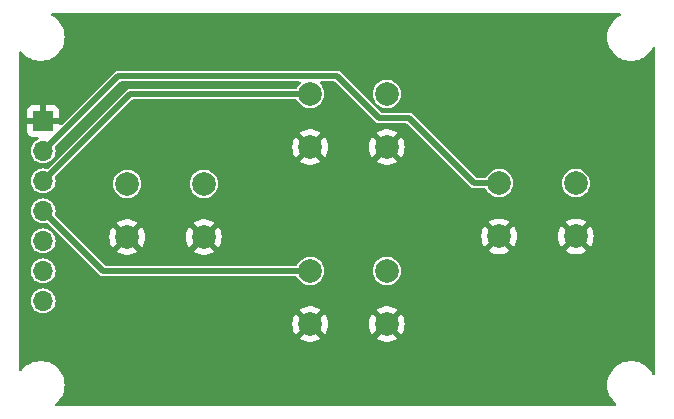
<source format=gbr>
%TF.GenerationSoftware,KiCad,Pcbnew,8.0.3*%
%TF.CreationDate,2024-06-12T19:29:14-06:00*%
%TF.ProjectId,CutMachine_PCB,4375744d-6163-4686-996e-655f5043422e,rev?*%
%TF.SameCoordinates,Original*%
%TF.FileFunction,Copper,L2,Bot*%
%TF.FilePolarity,Positive*%
%FSLAX46Y46*%
G04 Gerber Fmt 4.6, Leading zero omitted, Abs format (unit mm)*
G04 Created by KiCad (PCBNEW 8.0.3) date 2024-06-12 19:29:14*
%MOMM*%
%LPD*%
G01*
G04 APERTURE LIST*
%TA.AperFunction,ComponentPad*%
%ADD10C,2.000000*%
%TD*%
%TA.AperFunction,ComponentPad*%
%ADD11R,1.700000X1.700000*%
%TD*%
%TA.AperFunction,ComponentPad*%
%ADD12O,1.700000X1.700000*%
%TD*%
%TA.AperFunction,Conductor*%
%ADD13C,0.500000*%
%TD*%
G04 APERTURE END LIST*
D10*
%TO.P,BACK,1,1*%
%TO.N,Net-(J2-Pin_5)*%
X86106000Y-96774000D03*
X92606000Y-96774000D03*
%TO.P,BACK,2,2*%
%TO.N,GND*%
X86106000Y-101274000D03*
X92606000Y-101274000D03*
%TD*%
%TO.P,SW3,1,1*%
%TO.N,Net-(J2-Pin_4)*%
X101600000Y-104140000D03*
X108100000Y-104140000D03*
%TO.P,SW3,2,2*%
%TO.N,GND*%
X101600000Y-108640000D03*
X108100000Y-108640000D03*
%TD*%
%TO.P,UP,1,1*%
%TO.N,Net-(J2-Pin_3)*%
X101600000Y-89154000D03*
X108100000Y-89154000D03*
%TO.P,UP,2,2*%
%TO.N,GND*%
X101600000Y-93654000D03*
X108100000Y-93654000D03*
%TD*%
%TO.P,SELECT,1,1*%
%TO.N,Net-(J2-Pin_2)*%
X117602000Y-96702000D03*
X124102000Y-96702000D03*
%TO.P,SELECT,2,2*%
%TO.N,GND*%
X117602000Y-101202000D03*
X124102000Y-101202000D03*
%TD*%
D11*
%TO.P,J2,1,Pin_1*%
%TO.N,GND*%
X78994000Y-91435000D03*
D12*
%TO.P,J2,2,Pin_2*%
%TO.N,Net-(J2-Pin_2)*%
X78994000Y-93975000D03*
%TO.P,J2,3,Pin_3*%
%TO.N,Net-(J2-Pin_3)*%
X78994000Y-96515000D03*
%TO.P,J2,4,Pin_4*%
%TO.N,Net-(J2-Pin_4)*%
X78994000Y-99055000D03*
%TO.P,J2,5,Pin_5*%
%TO.N,Net-(J2-Pin_5)*%
X78994000Y-101595000D03*
%TO.P,J2,6,Pin_6*%
%TO.N,+3.3V*%
X78994000Y-104135000D03*
%TO.P,J2,7,Pin_7*%
%TO.N,+5V*%
X78994000Y-106675000D03*
%TD*%
D13*
%TO.N,Net-(J2-Pin_2)*%
X85339000Y-87630000D02*
X78994000Y-93975000D01*
X107442000Y-91186000D02*
X103886000Y-87630000D01*
X109982000Y-91186000D02*
X107442000Y-91186000D01*
X115498000Y-96702000D02*
X109982000Y-91186000D01*
X117602000Y-96702000D02*
X115498000Y-96702000D01*
X103886000Y-87630000D02*
X85339000Y-87630000D01*
%TO.N,Net-(J2-Pin_4)*%
X84079000Y-104140000D02*
X101600000Y-104140000D01*
X78994000Y-99055000D02*
X84079000Y-104140000D01*
%TO.N,Net-(J2-Pin_3)*%
X86355000Y-89154000D02*
X101600000Y-89154000D01*
X78994000Y-96515000D02*
X86355000Y-89154000D01*
%TD*%
%TA.AperFunction,Conductor*%
%TO.N,GND*%
G36*
X127862155Y-82308185D02*
G01*
X127907910Y-82360989D01*
X127917854Y-82430147D01*
X127888829Y-82493703D01*
X127847892Y-82523754D01*
X127848188Y-82524324D01*
X127844548Y-82526210D01*
X127844513Y-82526236D01*
X127844423Y-82526274D01*
X127607785Y-82670176D01*
X127392941Y-82844965D01*
X127203907Y-83047372D01*
X127203904Y-83047374D01*
X127203903Y-83047377D01*
X127144265Y-83131864D01*
X127044186Y-83273643D01*
X126916763Y-83519558D01*
X126916760Y-83519564D01*
X126824019Y-83780514D01*
X126824014Y-83780530D01*
X126767669Y-84051683D01*
X126767668Y-84051685D01*
X126748769Y-84328000D01*
X126767668Y-84604314D01*
X126767669Y-84604316D01*
X126824014Y-84875469D01*
X126824019Y-84875485D01*
X126916760Y-85136435D01*
X126916763Y-85136441D01*
X126916764Y-85136444D01*
X126916766Y-85136448D01*
X127044186Y-85382356D01*
X127203903Y-85608623D01*
X127392942Y-85811035D01*
X127607782Y-85985821D01*
X127607784Y-85985822D01*
X127607785Y-85985823D01*
X127844423Y-86129725D01*
X128017917Y-86205083D01*
X128098452Y-86240065D01*
X128365141Y-86314788D01*
X128606364Y-86347942D01*
X128639519Y-86352500D01*
X128639520Y-86352500D01*
X128916481Y-86352500D01*
X128946061Y-86348434D01*
X129190859Y-86314788D01*
X129457548Y-86240065D01*
X129711578Y-86129724D01*
X129948218Y-85985821D01*
X130163058Y-85811035D01*
X130352097Y-85608623D01*
X130511814Y-85382356D01*
X130583403Y-85244195D01*
X130631722Y-85193730D01*
X130699656Y-85177398D01*
X130765636Y-85200387D01*
X130808713Y-85255397D01*
X130817500Y-85301245D01*
X130817500Y-112818754D01*
X130797815Y-112885793D01*
X130745011Y-112931548D01*
X130675853Y-112941492D01*
X130612297Y-112912467D01*
X130583402Y-112875802D01*
X130553842Y-112818754D01*
X130511814Y-112737644D01*
X130352097Y-112511377D01*
X130163058Y-112308965D01*
X129948218Y-112134179D01*
X129948216Y-112134178D01*
X129948214Y-112134176D01*
X129711576Y-111990274D01*
X129457551Y-111879936D01*
X129457549Y-111879935D01*
X129457548Y-111879935D01*
X129381673Y-111858676D01*
X129190864Y-111805213D01*
X129190860Y-111805212D01*
X129190859Y-111805212D01*
X129053669Y-111786356D01*
X128916481Y-111767500D01*
X128916480Y-111767500D01*
X128639520Y-111767500D01*
X128639519Y-111767500D01*
X128365141Y-111805212D01*
X128365135Y-111805213D01*
X128098448Y-111879936D01*
X127844423Y-111990274D01*
X127607785Y-112134176D01*
X127392941Y-112308965D01*
X127203907Y-112511372D01*
X127203904Y-112511374D01*
X127203903Y-112511377D01*
X127144265Y-112595864D01*
X127044186Y-112737643D01*
X126916763Y-112983558D01*
X126916760Y-112983564D01*
X126824019Y-113244514D01*
X126824014Y-113244530D01*
X126767669Y-113515683D01*
X126767668Y-113515685D01*
X126748769Y-113792000D01*
X126767668Y-114068314D01*
X126767669Y-114068316D01*
X126824014Y-114339469D01*
X126824019Y-114339485D01*
X126916760Y-114600435D01*
X126916763Y-114600441D01*
X126916764Y-114600444D01*
X126916766Y-114600448D01*
X127044186Y-114846356D01*
X127203903Y-115072623D01*
X127203907Y-115072627D01*
X127392941Y-115275034D01*
X127494074Y-115357312D01*
X127533654Y-115414889D01*
X127535823Y-115484725D01*
X127499891Y-115544647D01*
X127437267Y-115575631D01*
X127415819Y-115577500D01*
X80140181Y-115577500D01*
X80073142Y-115557815D01*
X80027387Y-115505011D01*
X80017443Y-115435853D01*
X80046468Y-115372297D01*
X80061926Y-115357312D01*
X80163058Y-115275035D01*
X80352097Y-115072623D01*
X80511814Y-114846356D01*
X80639234Y-114600448D01*
X80731982Y-114339480D01*
X80731982Y-114339475D01*
X80731985Y-114339469D01*
X80764358Y-114183676D01*
X80788331Y-114068314D01*
X80807231Y-113792000D01*
X80788331Y-113515686D01*
X80771989Y-113437046D01*
X80731985Y-113244530D01*
X80731980Y-113244514D01*
X80639239Y-112983564D01*
X80639236Y-112983558D01*
X80639234Y-112983552D01*
X80511814Y-112737644D01*
X80352097Y-112511377D01*
X80163058Y-112308965D01*
X79948218Y-112134179D01*
X79948216Y-112134178D01*
X79948214Y-112134176D01*
X79711576Y-111990274D01*
X79457551Y-111879936D01*
X79457549Y-111879935D01*
X79457548Y-111879935D01*
X79381673Y-111858676D01*
X79190864Y-111805213D01*
X79190860Y-111805212D01*
X79190859Y-111805212D01*
X79053669Y-111786356D01*
X78916481Y-111767500D01*
X78916480Y-111767500D01*
X78639520Y-111767500D01*
X78639519Y-111767500D01*
X78365141Y-111805212D01*
X78365135Y-111805213D01*
X78098448Y-111879936D01*
X77844423Y-111990274D01*
X77607785Y-112134176D01*
X77392941Y-112308965D01*
X77203907Y-112511372D01*
X77179804Y-112545518D01*
X77125062Y-112588935D01*
X77055536Y-112595864D01*
X76993302Y-112564105D01*
X76958117Y-112503741D01*
X76954500Y-112474009D01*
X76954500Y-108639994D01*
X100094859Y-108639994D01*
X100094859Y-108640005D01*
X100115385Y-108887729D01*
X100115387Y-108887738D01*
X100176412Y-109128717D01*
X100276266Y-109356364D01*
X100376564Y-109509882D01*
X101076212Y-108810234D01*
X101087482Y-108852292D01*
X101159890Y-108977708D01*
X101262292Y-109080110D01*
X101387708Y-109152518D01*
X101429765Y-109163787D01*
X100729942Y-109863609D01*
X100776768Y-109900055D01*
X100776770Y-109900056D01*
X100995385Y-110018364D01*
X100995396Y-110018369D01*
X101230506Y-110099083D01*
X101475707Y-110140000D01*
X101724293Y-110140000D01*
X101969493Y-110099083D01*
X102204603Y-110018369D01*
X102204614Y-110018364D01*
X102423228Y-109900057D01*
X102423231Y-109900055D01*
X102470056Y-109863609D01*
X101770234Y-109163787D01*
X101812292Y-109152518D01*
X101937708Y-109080110D01*
X102040110Y-108977708D01*
X102112518Y-108852292D01*
X102123787Y-108810235D01*
X102823434Y-109509882D01*
X102923731Y-109356369D01*
X103023587Y-109128717D01*
X103084612Y-108887738D01*
X103084614Y-108887729D01*
X103105141Y-108640005D01*
X103105141Y-108639994D01*
X106594859Y-108639994D01*
X106594859Y-108640005D01*
X106615385Y-108887729D01*
X106615387Y-108887738D01*
X106676412Y-109128717D01*
X106776266Y-109356364D01*
X106876564Y-109509882D01*
X107576212Y-108810234D01*
X107587482Y-108852292D01*
X107659890Y-108977708D01*
X107762292Y-109080110D01*
X107887708Y-109152518D01*
X107929765Y-109163787D01*
X107229942Y-109863609D01*
X107276768Y-109900055D01*
X107276770Y-109900056D01*
X107495385Y-110018364D01*
X107495396Y-110018369D01*
X107730506Y-110099083D01*
X107975707Y-110140000D01*
X108224293Y-110140000D01*
X108469493Y-110099083D01*
X108704603Y-110018369D01*
X108704614Y-110018364D01*
X108923228Y-109900057D01*
X108923231Y-109900055D01*
X108970056Y-109863609D01*
X108270234Y-109163787D01*
X108312292Y-109152518D01*
X108437708Y-109080110D01*
X108540110Y-108977708D01*
X108612518Y-108852292D01*
X108623787Y-108810235D01*
X109323434Y-109509882D01*
X109423731Y-109356369D01*
X109523587Y-109128717D01*
X109584612Y-108887738D01*
X109584614Y-108887729D01*
X109605141Y-108640005D01*
X109605141Y-108639994D01*
X109584614Y-108392270D01*
X109584612Y-108392261D01*
X109523587Y-108151282D01*
X109423731Y-107923630D01*
X109323434Y-107770116D01*
X108623787Y-108469764D01*
X108612518Y-108427708D01*
X108540110Y-108302292D01*
X108437708Y-108199890D01*
X108312292Y-108127482D01*
X108270235Y-108116212D01*
X108970057Y-107416390D01*
X108970056Y-107416389D01*
X108923229Y-107379943D01*
X108704614Y-107261635D01*
X108704603Y-107261630D01*
X108469493Y-107180916D01*
X108224293Y-107140000D01*
X107975707Y-107140000D01*
X107730506Y-107180916D01*
X107495396Y-107261630D01*
X107495390Y-107261632D01*
X107276761Y-107379949D01*
X107229942Y-107416388D01*
X107229942Y-107416390D01*
X107929765Y-108116212D01*
X107887708Y-108127482D01*
X107762292Y-108199890D01*
X107659890Y-108302292D01*
X107587482Y-108427708D01*
X107576212Y-108469764D01*
X106876564Y-107770116D01*
X106776267Y-107923632D01*
X106676412Y-108151282D01*
X106615387Y-108392261D01*
X106615385Y-108392270D01*
X106594859Y-108639994D01*
X103105141Y-108639994D01*
X103084614Y-108392270D01*
X103084612Y-108392261D01*
X103023587Y-108151282D01*
X102923731Y-107923630D01*
X102823434Y-107770116D01*
X102123787Y-108469764D01*
X102112518Y-108427708D01*
X102040110Y-108302292D01*
X101937708Y-108199890D01*
X101812292Y-108127482D01*
X101770235Y-108116212D01*
X102470057Y-107416390D01*
X102470056Y-107416389D01*
X102423229Y-107379943D01*
X102204614Y-107261635D01*
X102204603Y-107261630D01*
X101969493Y-107180916D01*
X101724293Y-107140000D01*
X101475707Y-107140000D01*
X101230506Y-107180916D01*
X100995396Y-107261630D01*
X100995390Y-107261632D01*
X100776761Y-107379949D01*
X100729942Y-107416388D01*
X100729942Y-107416390D01*
X101429765Y-108116212D01*
X101387708Y-108127482D01*
X101262292Y-108199890D01*
X101159890Y-108302292D01*
X101087482Y-108427708D01*
X101076212Y-108469764D01*
X100376564Y-107770116D01*
X100276267Y-107923632D01*
X100176412Y-108151282D01*
X100115387Y-108392261D01*
X100115385Y-108392270D01*
X100094859Y-108639994D01*
X76954500Y-108639994D01*
X76954500Y-106675000D01*
X77938417Y-106675000D01*
X77958699Y-106880932D01*
X77958700Y-106880934D01*
X78018768Y-107078954D01*
X78116315Y-107261450D01*
X78116467Y-107261635D01*
X78247589Y-107421410D01*
X78344209Y-107500702D01*
X78407550Y-107552685D01*
X78590046Y-107650232D01*
X78788066Y-107710300D01*
X78788065Y-107710300D01*
X78806529Y-107712118D01*
X78994000Y-107730583D01*
X79199934Y-107710300D01*
X79397954Y-107650232D01*
X79580450Y-107552685D01*
X79740410Y-107421410D01*
X79871685Y-107261450D01*
X79969232Y-107078954D01*
X80029300Y-106880934D01*
X80049583Y-106675000D01*
X80029300Y-106469066D01*
X79969232Y-106271046D01*
X79871685Y-106088550D01*
X79819702Y-106025209D01*
X79740410Y-105928589D01*
X79580452Y-105797317D01*
X79580453Y-105797317D01*
X79580450Y-105797315D01*
X79397954Y-105699768D01*
X79199934Y-105639700D01*
X79199932Y-105639699D01*
X79199934Y-105639699D01*
X78994000Y-105619417D01*
X78788067Y-105639699D01*
X78590043Y-105699769D01*
X78479898Y-105758643D01*
X78407550Y-105797315D01*
X78407548Y-105797316D01*
X78407547Y-105797317D01*
X78247589Y-105928589D01*
X78116317Y-106088547D01*
X78018769Y-106271043D01*
X77958699Y-106469067D01*
X77938417Y-106675000D01*
X76954500Y-106675000D01*
X76954500Y-104135000D01*
X77938417Y-104135000D01*
X77958699Y-104340932D01*
X77988734Y-104439944D01*
X78018768Y-104538954D01*
X78116315Y-104721450D01*
X78116317Y-104721452D01*
X78247589Y-104881410D01*
X78333892Y-104952236D01*
X78407550Y-105012685D01*
X78590046Y-105110232D01*
X78788066Y-105170300D01*
X78788065Y-105170300D01*
X78806529Y-105172118D01*
X78994000Y-105190583D01*
X79199934Y-105170300D01*
X79397954Y-105110232D01*
X79580450Y-105012685D01*
X79740410Y-104881410D01*
X79871685Y-104721450D01*
X79969232Y-104538954D01*
X80029300Y-104340934D01*
X80049583Y-104135000D01*
X80029300Y-103929066D01*
X79969232Y-103731046D01*
X79871685Y-103548550D01*
X79819702Y-103485209D01*
X79740410Y-103388589D01*
X79580452Y-103257317D01*
X79580453Y-103257317D01*
X79580450Y-103257315D01*
X79397954Y-103159768D01*
X79199934Y-103099700D01*
X79199932Y-103099699D01*
X79199934Y-103099699D01*
X78994000Y-103079417D01*
X78788067Y-103099699D01*
X78590043Y-103159769D01*
X78479898Y-103218643D01*
X78407550Y-103257315D01*
X78407548Y-103257316D01*
X78407547Y-103257317D01*
X78247589Y-103388589D01*
X78116317Y-103548547D01*
X78018769Y-103731043D01*
X77958699Y-103929067D01*
X77938417Y-104135000D01*
X76954500Y-104135000D01*
X76954500Y-101595000D01*
X77938417Y-101595000D01*
X77958699Y-101800932D01*
X77958700Y-101800934D01*
X78018768Y-101998954D01*
X78116315Y-102181450D01*
X78116317Y-102181452D01*
X78247589Y-102341410D01*
X78344209Y-102420702D01*
X78407550Y-102472685D01*
X78590046Y-102570232D01*
X78788066Y-102630300D01*
X78788065Y-102630300D01*
X78806529Y-102632118D01*
X78994000Y-102650583D01*
X79199934Y-102630300D01*
X79397954Y-102570232D01*
X79580450Y-102472685D01*
X79740410Y-102341410D01*
X79871685Y-102181450D01*
X79969232Y-101998954D01*
X80029300Y-101800934D01*
X80049583Y-101595000D01*
X80029300Y-101389066D01*
X79969232Y-101191046D01*
X79871685Y-101008550D01*
X79799381Y-100920447D01*
X79740410Y-100848589D01*
X79622677Y-100751969D01*
X79580450Y-100717315D01*
X79397954Y-100619768D01*
X79199934Y-100559700D01*
X79199932Y-100559699D01*
X79199934Y-100559699D01*
X78994000Y-100539417D01*
X78788067Y-100559699D01*
X78590043Y-100619769D01*
X78479898Y-100678643D01*
X78407550Y-100717315D01*
X78407548Y-100717316D01*
X78407547Y-100717317D01*
X78247589Y-100848589D01*
X78131778Y-100989708D01*
X78116315Y-101008550D01*
X78087901Y-101061708D01*
X78018769Y-101191043D01*
X78018768Y-101191045D01*
X78018768Y-101191046D01*
X78015445Y-101202000D01*
X77958699Y-101389067D01*
X77938417Y-101595000D01*
X76954500Y-101595000D01*
X76954500Y-99055000D01*
X77938417Y-99055000D01*
X77958699Y-99260932D01*
X77958700Y-99260934D01*
X78018768Y-99458954D01*
X78116315Y-99641450D01*
X78116317Y-99641452D01*
X78247589Y-99801410D01*
X78274671Y-99823635D01*
X78407550Y-99932685D01*
X78590046Y-100030232D01*
X78788066Y-100090300D01*
X78788065Y-100090300D01*
X78806529Y-100092118D01*
X78994000Y-100110583D01*
X79199934Y-100090300D01*
X79276328Y-100067125D01*
X79346193Y-100066503D01*
X79400003Y-100098106D01*
X83802386Y-104500489D01*
X83905113Y-104559799D01*
X83929321Y-104566284D01*
X83929324Y-104566286D01*
X83929325Y-104566286D01*
X83959447Y-104574357D01*
X84019691Y-104590500D01*
X100406449Y-104590500D01*
X100473488Y-104610185D01*
X100517449Y-104659229D01*
X100574936Y-104774679D01*
X100574943Y-104774691D01*
X100709020Y-104952238D01*
X100873437Y-105102123D01*
X100873439Y-105102125D01*
X101062595Y-105219245D01*
X101062596Y-105219245D01*
X101062599Y-105219247D01*
X101270060Y-105299618D01*
X101488757Y-105340500D01*
X101488759Y-105340500D01*
X101711241Y-105340500D01*
X101711243Y-105340500D01*
X101929940Y-105299618D01*
X102137401Y-105219247D01*
X102326562Y-105102124D01*
X102490981Y-104952236D01*
X102625058Y-104774689D01*
X102724229Y-104575528D01*
X102785115Y-104361536D01*
X102805643Y-104140000D01*
X102805643Y-104139999D01*
X106894357Y-104139999D01*
X106894357Y-104140000D01*
X106914884Y-104361535D01*
X106914885Y-104361537D01*
X106975769Y-104575523D01*
X106975775Y-104575538D01*
X107074938Y-104774683D01*
X107074943Y-104774691D01*
X107209020Y-104952238D01*
X107373437Y-105102123D01*
X107373439Y-105102125D01*
X107562595Y-105219245D01*
X107562596Y-105219245D01*
X107562599Y-105219247D01*
X107770060Y-105299618D01*
X107988757Y-105340500D01*
X107988759Y-105340500D01*
X108211241Y-105340500D01*
X108211243Y-105340500D01*
X108429940Y-105299618D01*
X108637401Y-105219247D01*
X108826562Y-105102124D01*
X108990981Y-104952236D01*
X109125058Y-104774689D01*
X109224229Y-104575528D01*
X109285115Y-104361536D01*
X109305643Y-104140000D01*
X109286097Y-103929067D01*
X109285115Y-103918464D01*
X109285114Y-103918462D01*
X109224230Y-103704476D01*
X109224229Y-103704472D01*
X109216774Y-103689500D01*
X109125061Y-103505316D01*
X109125056Y-103505308D01*
X108990979Y-103327761D01*
X108826562Y-103177876D01*
X108826560Y-103177874D01*
X108637404Y-103060754D01*
X108637398Y-103060752D01*
X108429940Y-102980382D01*
X108211243Y-102939500D01*
X107988757Y-102939500D01*
X107770060Y-102980382D01*
X107638864Y-103031207D01*
X107562601Y-103060752D01*
X107562595Y-103060754D01*
X107373439Y-103177874D01*
X107373437Y-103177876D01*
X107209020Y-103327761D01*
X107074943Y-103505308D01*
X107074938Y-103505316D01*
X106975775Y-103704461D01*
X106975769Y-103704476D01*
X106914885Y-103918462D01*
X106914884Y-103918464D01*
X106894357Y-104139999D01*
X102805643Y-104139999D01*
X102786097Y-103929067D01*
X102785115Y-103918464D01*
X102785114Y-103918462D01*
X102724230Y-103704476D01*
X102724229Y-103704472D01*
X102716774Y-103689500D01*
X102625061Y-103505316D01*
X102625056Y-103505308D01*
X102490979Y-103327761D01*
X102326562Y-103177876D01*
X102326560Y-103177874D01*
X102137404Y-103060754D01*
X102137398Y-103060752D01*
X101929940Y-102980382D01*
X101711243Y-102939500D01*
X101488757Y-102939500D01*
X101270060Y-102980382D01*
X101138864Y-103031207D01*
X101062601Y-103060752D01*
X101062595Y-103060754D01*
X100873439Y-103177874D01*
X100873437Y-103177876D01*
X100709020Y-103327761D01*
X100574943Y-103505308D01*
X100574936Y-103505320D01*
X100517449Y-103620771D01*
X100469946Y-103672009D01*
X100406449Y-103689500D01*
X84316965Y-103689500D01*
X84249926Y-103669815D01*
X84229284Y-103653181D01*
X81850097Y-101273994D01*
X84600859Y-101273994D01*
X84600859Y-101274005D01*
X84621385Y-101521729D01*
X84621387Y-101521738D01*
X84682412Y-101762717D01*
X84782266Y-101990364D01*
X84882564Y-102143882D01*
X85582212Y-101444234D01*
X85593482Y-101486292D01*
X85665890Y-101611708D01*
X85768292Y-101714110D01*
X85893708Y-101786518D01*
X85935765Y-101797787D01*
X85235942Y-102497609D01*
X85282768Y-102534055D01*
X85282770Y-102534056D01*
X85501385Y-102652364D01*
X85501396Y-102652369D01*
X85736506Y-102733083D01*
X85981707Y-102774000D01*
X86230293Y-102774000D01*
X86475493Y-102733083D01*
X86710603Y-102652369D01*
X86710614Y-102652364D01*
X86929228Y-102534057D01*
X86929231Y-102534055D01*
X86976056Y-102497609D01*
X86276234Y-101797787D01*
X86318292Y-101786518D01*
X86443708Y-101714110D01*
X86546110Y-101611708D01*
X86618518Y-101486292D01*
X86629787Y-101444235D01*
X87329434Y-102143882D01*
X87429731Y-101990369D01*
X87529587Y-101762717D01*
X87590612Y-101521738D01*
X87590614Y-101521729D01*
X87611141Y-101274005D01*
X87611141Y-101273994D01*
X91100859Y-101273994D01*
X91100859Y-101274005D01*
X91121385Y-101521729D01*
X91121387Y-101521738D01*
X91182412Y-101762717D01*
X91282266Y-101990364D01*
X91382564Y-102143882D01*
X92082212Y-101444234D01*
X92093482Y-101486292D01*
X92165890Y-101611708D01*
X92268292Y-101714110D01*
X92393708Y-101786518D01*
X92435765Y-101797787D01*
X91735942Y-102497609D01*
X91782768Y-102534055D01*
X91782770Y-102534056D01*
X92001385Y-102652364D01*
X92001396Y-102652369D01*
X92236506Y-102733083D01*
X92481707Y-102774000D01*
X92730293Y-102774000D01*
X92975493Y-102733083D01*
X93210603Y-102652369D01*
X93210614Y-102652364D01*
X93429228Y-102534057D01*
X93429231Y-102534055D01*
X93476056Y-102497609D01*
X92776234Y-101797787D01*
X92818292Y-101786518D01*
X92943708Y-101714110D01*
X93046110Y-101611708D01*
X93118518Y-101486292D01*
X93129787Y-101444235D01*
X93829434Y-102143882D01*
X93929731Y-101990369D01*
X94029587Y-101762717D01*
X94090612Y-101521738D01*
X94090614Y-101521729D01*
X94111141Y-101274005D01*
X94111141Y-101273994D01*
X94105175Y-101201994D01*
X116096859Y-101201994D01*
X116096859Y-101202005D01*
X116117385Y-101449729D01*
X116117387Y-101449738D01*
X116178412Y-101690717D01*
X116278266Y-101918364D01*
X116378564Y-102071882D01*
X117078212Y-101372234D01*
X117089482Y-101414292D01*
X117161890Y-101539708D01*
X117264292Y-101642110D01*
X117389708Y-101714518D01*
X117431765Y-101725787D01*
X116731942Y-102425609D01*
X116778768Y-102462055D01*
X116778770Y-102462056D01*
X116997385Y-102580364D01*
X116997396Y-102580369D01*
X117232506Y-102661083D01*
X117477707Y-102702000D01*
X117726293Y-102702000D01*
X117971493Y-102661083D01*
X118206603Y-102580369D01*
X118206614Y-102580364D01*
X118425228Y-102462057D01*
X118425231Y-102462055D01*
X118472056Y-102425609D01*
X117772234Y-101725787D01*
X117814292Y-101714518D01*
X117939708Y-101642110D01*
X118042110Y-101539708D01*
X118114518Y-101414292D01*
X118125787Y-101372235D01*
X118825434Y-102071882D01*
X118925731Y-101918369D01*
X119025587Y-101690717D01*
X119086612Y-101449738D01*
X119086614Y-101449729D01*
X119107141Y-101202005D01*
X119107141Y-101201994D01*
X122596859Y-101201994D01*
X122596859Y-101202005D01*
X122617385Y-101449729D01*
X122617387Y-101449738D01*
X122678412Y-101690717D01*
X122778266Y-101918364D01*
X122878564Y-102071882D01*
X123578212Y-101372234D01*
X123589482Y-101414292D01*
X123661890Y-101539708D01*
X123764292Y-101642110D01*
X123889708Y-101714518D01*
X123931765Y-101725787D01*
X123231942Y-102425609D01*
X123278768Y-102462055D01*
X123278770Y-102462056D01*
X123497385Y-102580364D01*
X123497396Y-102580369D01*
X123732506Y-102661083D01*
X123977707Y-102702000D01*
X124226293Y-102702000D01*
X124471493Y-102661083D01*
X124706603Y-102580369D01*
X124706614Y-102580364D01*
X124925228Y-102462057D01*
X124925231Y-102462055D01*
X124972056Y-102425609D01*
X124272234Y-101725787D01*
X124314292Y-101714518D01*
X124439708Y-101642110D01*
X124542110Y-101539708D01*
X124614518Y-101414292D01*
X124625787Y-101372235D01*
X125325434Y-102071882D01*
X125425731Y-101918369D01*
X125525587Y-101690717D01*
X125586612Y-101449738D01*
X125586614Y-101449729D01*
X125607141Y-101202005D01*
X125607141Y-101201994D01*
X125586614Y-100954270D01*
X125586612Y-100954261D01*
X125525587Y-100713282D01*
X125425731Y-100485630D01*
X125325434Y-100332116D01*
X124625787Y-101031764D01*
X124614518Y-100989708D01*
X124542110Y-100864292D01*
X124439708Y-100761890D01*
X124314292Y-100689482D01*
X124272235Y-100678212D01*
X124972057Y-99978390D01*
X124972056Y-99978389D01*
X124925229Y-99941943D01*
X124706614Y-99823635D01*
X124706603Y-99823630D01*
X124471493Y-99742916D01*
X124226293Y-99702000D01*
X123977707Y-99702000D01*
X123732506Y-99742916D01*
X123497396Y-99823630D01*
X123497390Y-99823632D01*
X123278761Y-99941949D01*
X123231942Y-99978388D01*
X123231942Y-99978390D01*
X123931765Y-100678212D01*
X123889708Y-100689482D01*
X123764292Y-100761890D01*
X123661890Y-100864292D01*
X123589482Y-100989708D01*
X123578212Y-101031764D01*
X122878564Y-100332116D01*
X122778267Y-100485632D01*
X122678412Y-100713282D01*
X122617387Y-100954261D01*
X122617385Y-100954270D01*
X122596859Y-101201994D01*
X119107141Y-101201994D01*
X119086614Y-100954270D01*
X119086612Y-100954261D01*
X119025587Y-100713282D01*
X118925731Y-100485630D01*
X118825434Y-100332116D01*
X118125787Y-101031764D01*
X118114518Y-100989708D01*
X118042110Y-100864292D01*
X117939708Y-100761890D01*
X117814292Y-100689482D01*
X117772235Y-100678212D01*
X118472057Y-99978390D01*
X118472056Y-99978389D01*
X118425229Y-99941943D01*
X118206614Y-99823635D01*
X118206603Y-99823630D01*
X117971493Y-99742916D01*
X117726293Y-99702000D01*
X117477707Y-99702000D01*
X117232506Y-99742916D01*
X116997396Y-99823630D01*
X116997390Y-99823632D01*
X116778761Y-99941949D01*
X116731942Y-99978388D01*
X116731942Y-99978390D01*
X117431765Y-100678212D01*
X117389708Y-100689482D01*
X117264292Y-100761890D01*
X117161890Y-100864292D01*
X117089482Y-100989708D01*
X117078212Y-101031764D01*
X116378564Y-100332116D01*
X116278267Y-100485632D01*
X116178412Y-100713282D01*
X116117387Y-100954261D01*
X116117385Y-100954270D01*
X116096859Y-101201994D01*
X94105175Y-101201994D01*
X94090614Y-101026270D01*
X94090612Y-101026261D01*
X94029587Y-100785282D01*
X93929731Y-100557630D01*
X93829434Y-100404116D01*
X93129787Y-101103764D01*
X93118518Y-101061708D01*
X93046110Y-100936292D01*
X92943708Y-100833890D01*
X92818292Y-100761482D01*
X92776235Y-100750212D01*
X93476057Y-100050390D01*
X93476056Y-100050389D01*
X93429229Y-100013943D01*
X93210614Y-99895635D01*
X93210603Y-99895630D01*
X92975493Y-99814916D01*
X92730293Y-99774000D01*
X92481707Y-99774000D01*
X92236506Y-99814916D01*
X92001396Y-99895630D01*
X92001390Y-99895632D01*
X91782761Y-100013949D01*
X91735942Y-100050388D01*
X91735942Y-100050390D01*
X92435765Y-100750212D01*
X92393708Y-100761482D01*
X92268292Y-100833890D01*
X92165890Y-100936292D01*
X92093482Y-101061708D01*
X92082212Y-101103764D01*
X91382564Y-100404116D01*
X91282267Y-100557632D01*
X91182412Y-100785282D01*
X91121387Y-101026261D01*
X91121385Y-101026270D01*
X91100859Y-101273994D01*
X87611141Y-101273994D01*
X87590614Y-101026270D01*
X87590612Y-101026261D01*
X87529587Y-100785282D01*
X87429731Y-100557630D01*
X87329434Y-100404116D01*
X86629787Y-101103764D01*
X86618518Y-101061708D01*
X86546110Y-100936292D01*
X86443708Y-100833890D01*
X86318292Y-100761482D01*
X86276235Y-100750212D01*
X86976057Y-100050390D01*
X86976056Y-100050389D01*
X86929229Y-100013943D01*
X86710614Y-99895635D01*
X86710603Y-99895630D01*
X86475493Y-99814916D01*
X86230293Y-99774000D01*
X85981707Y-99774000D01*
X85736506Y-99814916D01*
X85501396Y-99895630D01*
X85501390Y-99895632D01*
X85282761Y-100013949D01*
X85235942Y-100050388D01*
X85235942Y-100050390D01*
X85935765Y-100750212D01*
X85893708Y-100761482D01*
X85768292Y-100833890D01*
X85665890Y-100936292D01*
X85593482Y-101061708D01*
X85582212Y-101103764D01*
X84882564Y-100404116D01*
X84782267Y-100557632D01*
X84682412Y-100785282D01*
X84621387Y-101026261D01*
X84621385Y-101026270D01*
X84600859Y-101273994D01*
X81850097Y-101273994D01*
X80037106Y-99461003D01*
X80003621Y-99399680D01*
X80006125Y-99337329D01*
X80029300Y-99260934D01*
X80049583Y-99055000D01*
X80029300Y-98849066D01*
X79969232Y-98651046D01*
X79871685Y-98468550D01*
X79819702Y-98405209D01*
X79740410Y-98308589D01*
X79580452Y-98177317D01*
X79580453Y-98177317D01*
X79580450Y-98177315D01*
X79397954Y-98079768D01*
X79199934Y-98019700D01*
X79199932Y-98019699D01*
X79199934Y-98019699D01*
X78994000Y-97999417D01*
X78788067Y-98019699D01*
X78590043Y-98079769D01*
X78479898Y-98138643D01*
X78407550Y-98177315D01*
X78407548Y-98177316D01*
X78407547Y-98177317D01*
X78247589Y-98308589D01*
X78116317Y-98468547D01*
X78018769Y-98651043D01*
X77958699Y-98849067D01*
X77938417Y-99055000D01*
X76954500Y-99055000D01*
X76954500Y-90537155D01*
X77644000Y-90537155D01*
X77644000Y-91185000D01*
X78560988Y-91185000D01*
X78528075Y-91242007D01*
X78494000Y-91369174D01*
X78494000Y-91500826D01*
X78528075Y-91627993D01*
X78560988Y-91685000D01*
X77644000Y-91685000D01*
X77644000Y-92332844D01*
X77650401Y-92392372D01*
X77650403Y-92392379D01*
X77700645Y-92527086D01*
X77700649Y-92527093D01*
X77786809Y-92642187D01*
X77786812Y-92642190D01*
X77901906Y-92728350D01*
X77901913Y-92728354D01*
X78036620Y-92778596D01*
X78036627Y-92778598D01*
X78096155Y-92784999D01*
X78096172Y-92785000D01*
X78496813Y-92785000D01*
X78563852Y-92804685D01*
X78609607Y-92857489D01*
X78619551Y-92926647D01*
X78590526Y-92990203D01*
X78555267Y-93018357D01*
X78407550Y-93097315D01*
X78407548Y-93097316D01*
X78407547Y-93097317D01*
X78247589Y-93228589D01*
X78116317Y-93388547D01*
X78116315Y-93388550D01*
X78087901Y-93441708D01*
X78018769Y-93571043D01*
X77958699Y-93769067D01*
X77938417Y-93975000D01*
X77958699Y-94180932D01*
X77958700Y-94180934D01*
X78018768Y-94378954D01*
X78116315Y-94561450D01*
X78116317Y-94561452D01*
X78247589Y-94721410D01*
X78344209Y-94800702D01*
X78407550Y-94852685D01*
X78590046Y-94950232D01*
X78788066Y-95010300D01*
X78788065Y-95010300D01*
X78806529Y-95012118D01*
X78994000Y-95030583D01*
X79199934Y-95010300D01*
X79397954Y-94950232D01*
X79580450Y-94852685D01*
X79740410Y-94721410D01*
X79871685Y-94561450D01*
X79969232Y-94378954D01*
X80029300Y-94180934D01*
X80049583Y-93975000D01*
X80029300Y-93769066D01*
X80006125Y-93692670D01*
X80005503Y-93622804D01*
X80037104Y-93568997D01*
X85489284Y-88116819D01*
X85550607Y-88083334D01*
X85576965Y-88080500D01*
X100675531Y-88080500D01*
X100742570Y-88100185D01*
X100788325Y-88152989D01*
X100798269Y-88222147D01*
X100769244Y-88285703D01*
X100759069Y-88296137D01*
X100709020Y-88341761D01*
X100574943Y-88519308D01*
X100574936Y-88519320D01*
X100517449Y-88634771D01*
X100469946Y-88686009D01*
X100406449Y-88703500D01*
X86295691Y-88703500D01*
X86205325Y-88727713D01*
X86205324Y-88727712D01*
X86181116Y-88734199D01*
X86181113Y-88734200D01*
X86078386Y-88793511D01*
X86078383Y-88793513D01*
X79400002Y-95471893D01*
X79338679Y-95505378D01*
X79276327Y-95502873D01*
X79199932Y-95479699D01*
X79199933Y-95479699D01*
X79014282Y-95461414D01*
X78994000Y-95459417D01*
X78993999Y-95459417D01*
X78788067Y-95479699D01*
X78590043Y-95539769D01*
X78526938Y-95573500D01*
X78407550Y-95637315D01*
X78407548Y-95637316D01*
X78407547Y-95637317D01*
X78247589Y-95768589D01*
X78116317Y-95928547D01*
X78018769Y-96111043D01*
X77958699Y-96309067D01*
X77938417Y-96515000D01*
X77958699Y-96720932D01*
X77958700Y-96720934D01*
X78018768Y-96918954D01*
X78116315Y-97101450D01*
X78150969Y-97143677D01*
X78247589Y-97261410D01*
X78339306Y-97336679D01*
X78407550Y-97392685D01*
X78590046Y-97490232D01*
X78788066Y-97550300D01*
X78788065Y-97550300D01*
X78806529Y-97552118D01*
X78994000Y-97570583D01*
X79199934Y-97550300D01*
X79397954Y-97490232D01*
X79580450Y-97392685D01*
X79740410Y-97261410D01*
X79871685Y-97101450D01*
X79969232Y-96918954D01*
X80013203Y-96773999D01*
X84900357Y-96773999D01*
X84900357Y-96774000D01*
X84920884Y-96995535D01*
X84920885Y-96995537D01*
X84981769Y-97209523D01*
X84981775Y-97209538D01*
X85080938Y-97408683D01*
X85080943Y-97408691D01*
X85215020Y-97586238D01*
X85379437Y-97736123D01*
X85379439Y-97736125D01*
X85568595Y-97853245D01*
X85568596Y-97853245D01*
X85568599Y-97853247D01*
X85776060Y-97933618D01*
X85994757Y-97974500D01*
X85994759Y-97974500D01*
X86217241Y-97974500D01*
X86217243Y-97974500D01*
X86435940Y-97933618D01*
X86643401Y-97853247D01*
X86832562Y-97736124D01*
X86996981Y-97586236D01*
X87131058Y-97408689D01*
X87230229Y-97209528D01*
X87291115Y-96995536D01*
X87311643Y-96774000D01*
X87311643Y-96773999D01*
X91400357Y-96773999D01*
X91400357Y-96774000D01*
X91420884Y-96995535D01*
X91420885Y-96995537D01*
X91481769Y-97209523D01*
X91481775Y-97209538D01*
X91580938Y-97408683D01*
X91580943Y-97408691D01*
X91715020Y-97586238D01*
X91879437Y-97736123D01*
X91879439Y-97736125D01*
X92068595Y-97853245D01*
X92068596Y-97853245D01*
X92068599Y-97853247D01*
X92276060Y-97933618D01*
X92494757Y-97974500D01*
X92494759Y-97974500D01*
X92717241Y-97974500D01*
X92717243Y-97974500D01*
X92935940Y-97933618D01*
X93143401Y-97853247D01*
X93332562Y-97736124D01*
X93496981Y-97586236D01*
X93631058Y-97408689D01*
X93730229Y-97209528D01*
X93791115Y-96995536D01*
X93811643Y-96774000D01*
X93791115Y-96552464D01*
X93730229Y-96338472D01*
X93715587Y-96309067D01*
X93631061Y-96139316D01*
X93631056Y-96139308D01*
X93496979Y-95961761D01*
X93332562Y-95811876D01*
X93332560Y-95811874D01*
X93143404Y-95694754D01*
X93143398Y-95694752D01*
X92935940Y-95614382D01*
X92717243Y-95573500D01*
X92494757Y-95573500D01*
X92276060Y-95614382D01*
X92144864Y-95665207D01*
X92068601Y-95694752D01*
X92068595Y-95694754D01*
X91879439Y-95811874D01*
X91879437Y-95811876D01*
X91715020Y-95961761D01*
X91580943Y-96139308D01*
X91580938Y-96139316D01*
X91481775Y-96338461D01*
X91481769Y-96338476D01*
X91420885Y-96552462D01*
X91420884Y-96552464D01*
X91400357Y-96773999D01*
X87311643Y-96773999D01*
X87291115Y-96552464D01*
X87230229Y-96338472D01*
X87215587Y-96309067D01*
X87131061Y-96139316D01*
X87131056Y-96139308D01*
X86996979Y-95961761D01*
X86832562Y-95811876D01*
X86832560Y-95811874D01*
X86643404Y-95694754D01*
X86643398Y-95694752D01*
X86435940Y-95614382D01*
X86217243Y-95573500D01*
X85994757Y-95573500D01*
X85776060Y-95614382D01*
X85644864Y-95665207D01*
X85568601Y-95694752D01*
X85568595Y-95694754D01*
X85379439Y-95811874D01*
X85379437Y-95811876D01*
X85215020Y-95961761D01*
X85080943Y-96139308D01*
X85080938Y-96139316D01*
X84981775Y-96338461D01*
X84981769Y-96338476D01*
X84920885Y-96552462D01*
X84920884Y-96552464D01*
X84900357Y-96773999D01*
X80013203Y-96773999D01*
X80029300Y-96720934D01*
X80049583Y-96515000D01*
X80029300Y-96309066D01*
X80006125Y-96232670D01*
X80005503Y-96162804D01*
X80037104Y-96108997D01*
X82492108Y-93653994D01*
X100094859Y-93653994D01*
X100094859Y-93654005D01*
X100115385Y-93901729D01*
X100115387Y-93901738D01*
X100176412Y-94142717D01*
X100276266Y-94370364D01*
X100376564Y-94523882D01*
X101076212Y-93824234D01*
X101087482Y-93866292D01*
X101159890Y-93991708D01*
X101262292Y-94094110D01*
X101387708Y-94166518D01*
X101429765Y-94177787D01*
X100729942Y-94877609D01*
X100776768Y-94914055D01*
X100776770Y-94914056D01*
X100995385Y-95032364D01*
X100995396Y-95032369D01*
X101230506Y-95113083D01*
X101475707Y-95154000D01*
X101724293Y-95154000D01*
X101969493Y-95113083D01*
X102204603Y-95032369D01*
X102204614Y-95032364D01*
X102423228Y-94914057D01*
X102423231Y-94914055D01*
X102470056Y-94877609D01*
X101770234Y-94177787D01*
X101812292Y-94166518D01*
X101937708Y-94094110D01*
X102040110Y-93991708D01*
X102112518Y-93866292D01*
X102123787Y-93824235D01*
X102823434Y-94523882D01*
X102923731Y-94370369D01*
X103023587Y-94142717D01*
X103084612Y-93901738D01*
X103084614Y-93901729D01*
X103105141Y-93654005D01*
X103105141Y-93653994D01*
X106594859Y-93653994D01*
X106594859Y-93654005D01*
X106615385Y-93901729D01*
X106615387Y-93901738D01*
X106676412Y-94142717D01*
X106776266Y-94370364D01*
X106876564Y-94523882D01*
X107576212Y-93824234D01*
X107587482Y-93866292D01*
X107659890Y-93991708D01*
X107762292Y-94094110D01*
X107887708Y-94166518D01*
X107929765Y-94177787D01*
X107229942Y-94877609D01*
X107276768Y-94914055D01*
X107276770Y-94914056D01*
X107495385Y-95032364D01*
X107495396Y-95032369D01*
X107730506Y-95113083D01*
X107975707Y-95154000D01*
X108224293Y-95154000D01*
X108469493Y-95113083D01*
X108704603Y-95032369D01*
X108704614Y-95032364D01*
X108923228Y-94914057D01*
X108923231Y-94914055D01*
X108970056Y-94877609D01*
X108270234Y-94177787D01*
X108312292Y-94166518D01*
X108437708Y-94094110D01*
X108540110Y-93991708D01*
X108612518Y-93866292D01*
X108623787Y-93824235D01*
X109323434Y-94523882D01*
X109423731Y-94370369D01*
X109523587Y-94142717D01*
X109584612Y-93901738D01*
X109584614Y-93901729D01*
X109605141Y-93654005D01*
X109605141Y-93653994D01*
X109584614Y-93406270D01*
X109584612Y-93406261D01*
X109523587Y-93165282D01*
X109423731Y-92937630D01*
X109323434Y-92784116D01*
X108623787Y-93483764D01*
X108612518Y-93441708D01*
X108540110Y-93316292D01*
X108437708Y-93213890D01*
X108312292Y-93141482D01*
X108270235Y-93130212D01*
X108970057Y-92430390D01*
X108970056Y-92430389D01*
X108923229Y-92393943D01*
X108704614Y-92275635D01*
X108704603Y-92275630D01*
X108469493Y-92194916D01*
X108224293Y-92154000D01*
X107975707Y-92154000D01*
X107730506Y-92194916D01*
X107495396Y-92275630D01*
X107495390Y-92275632D01*
X107276761Y-92393949D01*
X107229942Y-92430388D01*
X107229942Y-92430390D01*
X107929765Y-93130212D01*
X107887708Y-93141482D01*
X107762292Y-93213890D01*
X107659890Y-93316292D01*
X107587482Y-93441708D01*
X107576212Y-93483764D01*
X106876564Y-92784116D01*
X106776267Y-92937632D01*
X106676412Y-93165282D01*
X106615387Y-93406261D01*
X106615385Y-93406270D01*
X106594859Y-93653994D01*
X103105141Y-93653994D01*
X103084614Y-93406270D01*
X103084612Y-93406261D01*
X103023587Y-93165282D01*
X102923731Y-92937630D01*
X102823434Y-92784116D01*
X102123787Y-93483764D01*
X102112518Y-93441708D01*
X102040110Y-93316292D01*
X101937708Y-93213890D01*
X101812292Y-93141482D01*
X101770235Y-93130212D01*
X102470057Y-92430390D01*
X102470056Y-92430389D01*
X102423229Y-92393943D01*
X102204614Y-92275635D01*
X102204603Y-92275630D01*
X101969493Y-92194916D01*
X101724293Y-92154000D01*
X101475707Y-92154000D01*
X101230506Y-92194916D01*
X100995396Y-92275630D01*
X100995390Y-92275632D01*
X100776761Y-92393949D01*
X100729942Y-92430388D01*
X100729942Y-92430390D01*
X101429765Y-93130212D01*
X101387708Y-93141482D01*
X101262292Y-93213890D01*
X101159890Y-93316292D01*
X101087482Y-93441708D01*
X101076212Y-93483764D01*
X100376564Y-92784116D01*
X100276267Y-92937632D01*
X100176412Y-93165282D01*
X100115387Y-93406261D01*
X100115385Y-93406270D01*
X100094859Y-93653994D01*
X82492108Y-93653994D01*
X86505284Y-89640819D01*
X86566607Y-89607334D01*
X86592965Y-89604500D01*
X100406449Y-89604500D01*
X100473488Y-89624185D01*
X100517449Y-89673229D01*
X100574936Y-89788679D01*
X100574943Y-89788691D01*
X100709020Y-89966238D01*
X100873437Y-90116123D01*
X100873439Y-90116125D01*
X101062595Y-90233245D01*
X101062596Y-90233245D01*
X101062599Y-90233247D01*
X101270060Y-90313618D01*
X101488757Y-90354500D01*
X101488759Y-90354500D01*
X101711241Y-90354500D01*
X101711243Y-90354500D01*
X101929940Y-90313618D01*
X102137401Y-90233247D01*
X102326562Y-90116124D01*
X102490981Y-89966236D01*
X102625058Y-89788689D01*
X102724229Y-89589528D01*
X102785115Y-89375536D01*
X102805643Y-89154000D01*
X102785115Y-88932464D01*
X102724229Y-88718472D01*
X102716774Y-88703500D01*
X102625061Y-88519316D01*
X102625056Y-88519308D01*
X102490979Y-88341761D01*
X102440931Y-88296137D01*
X102404649Y-88236426D01*
X102406410Y-88166579D01*
X102445653Y-88108771D01*
X102509920Y-88081356D01*
X102524469Y-88080500D01*
X103648035Y-88080500D01*
X103715074Y-88100185D01*
X103735716Y-88116819D01*
X107165386Y-91546489D01*
X107165387Y-91546490D01*
X107165389Y-91546491D01*
X107224693Y-91580729D01*
X107224696Y-91580732D01*
X107258937Y-91600500D01*
X107268114Y-91605799D01*
X107382691Y-91636500D01*
X109744035Y-91636500D01*
X109811074Y-91656185D01*
X109831716Y-91672819D01*
X115221386Y-97062489D01*
X115324113Y-97121799D01*
X115348321Y-97128284D01*
X115348324Y-97128286D01*
X115348325Y-97128286D01*
X115378447Y-97136357D01*
X115438691Y-97152500D01*
X116408449Y-97152500D01*
X116475488Y-97172185D01*
X116519449Y-97221229D01*
X116576936Y-97336679D01*
X116576943Y-97336691D01*
X116711020Y-97514238D01*
X116875437Y-97664123D01*
X116875439Y-97664125D01*
X117064595Y-97781245D01*
X117064596Y-97781245D01*
X117064599Y-97781247D01*
X117272060Y-97861618D01*
X117490757Y-97902500D01*
X117490759Y-97902500D01*
X117713241Y-97902500D01*
X117713243Y-97902500D01*
X117931940Y-97861618D01*
X118139401Y-97781247D01*
X118328562Y-97664124D01*
X118492981Y-97514236D01*
X118627058Y-97336689D01*
X118726229Y-97137528D01*
X118787115Y-96923536D01*
X118807643Y-96702000D01*
X118807643Y-96701999D01*
X122896357Y-96701999D01*
X122896357Y-96702000D01*
X122916884Y-96923535D01*
X122916885Y-96923537D01*
X122977769Y-97137523D01*
X122977775Y-97137538D01*
X123076938Y-97336683D01*
X123076943Y-97336691D01*
X123211020Y-97514238D01*
X123375437Y-97664123D01*
X123375439Y-97664125D01*
X123564595Y-97781245D01*
X123564596Y-97781245D01*
X123564599Y-97781247D01*
X123772060Y-97861618D01*
X123990757Y-97902500D01*
X123990759Y-97902500D01*
X124213241Y-97902500D01*
X124213243Y-97902500D01*
X124431940Y-97861618D01*
X124639401Y-97781247D01*
X124828562Y-97664124D01*
X124992981Y-97514236D01*
X125127058Y-97336689D01*
X125226229Y-97137528D01*
X125287115Y-96923536D01*
X125307643Y-96702000D01*
X125293786Y-96552462D01*
X125287115Y-96480464D01*
X125287114Y-96480462D01*
X125246711Y-96338461D01*
X125226229Y-96266472D01*
X125218774Y-96251500D01*
X125127061Y-96067316D01*
X125127056Y-96067308D01*
X124992979Y-95889761D01*
X124828562Y-95739876D01*
X124828560Y-95739874D01*
X124639404Y-95622754D01*
X124639398Y-95622752D01*
X124431940Y-95542382D01*
X124213243Y-95501500D01*
X123990757Y-95501500D01*
X123772060Y-95542382D01*
X123640864Y-95593207D01*
X123564601Y-95622752D01*
X123564595Y-95622754D01*
X123375439Y-95739874D01*
X123375437Y-95739876D01*
X123211020Y-95889761D01*
X123076943Y-96067308D01*
X123076938Y-96067316D01*
X122977775Y-96266461D01*
X122977769Y-96266476D01*
X122916885Y-96480462D01*
X122916884Y-96480464D01*
X122896357Y-96701999D01*
X118807643Y-96701999D01*
X118793786Y-96552462D01*
X118787115Y-96480464D01*
X118787114Y-96480462D01*
X118746711Y-96338461D01*
X118726229Y-96266472D01*
X118718774Y-96251500D01*
X118627061Y-96067316D01*
X118627056Y-96067308D01*
X118492979Y-95889761D01*
X118328562Y-95739876D01*
X118328560Y-95739874D01*
X118139404Y-95622754D01*
X118139398Y-95622752D01*
X117931940Y-95542382D01*
X117713243Y-95501500D01*
X117490757Y-95501500D01*
X117272060Y-95542382D01*
X117140864Y-95593207D01*
X117064601Y-95622752D01*
X117064595Y-95622754D01*
X116875439Y-95739874D01*
X116875437Y-95739876D01*
X116711020Y-95889761D01*
X116576943Y-96067308D01*
X116576936Y-96067320D01*
X116519449Y-96182771D01*
X116471946Y-96234009D01*
X116408449Y-96251500D01*
X115735965Y-96251500D01*
X115668926Y-96231815D01*
X115648284Y-96215181D01*
X110258616Y-90825513D01*
X110258614Y-90825511D01*
X110207250Y-90795856D01*
X110155888Y-90766201D01*
X110143780Y-90762957D01*
X110131673Y-90759713D01*
X110131670Y-90759712D01*
X110093478Y-90749478D01*
X110041309Y-90735500D01*
X110041308Y-90735500D01*
X107679965Y-90735500D01*
X107612926Y-90715815D01*
X107592284Y-90699181D01*
X107047502Y-90154399D01*
X107042165Y-90144626D01*
X107038137Y-90143143D01*
X107024349Y-90131246D01*
X106047102Y-89153999D01*
X106894357Y-89153999D01*
X106894357Y-89154000D01*
X106914884Y-89375535D01*
X106914885Y-89375537D01*
X106975769Y-89589523D01*
X106975775Y-89589538D01*
X107074938Y-89788683D01*
X107074943Y-89788691D01*
X107210984Y-89968838D01*
X107211359Y-89969830D01*
X107218721Y-89975081D01*
X107373437Y-90116123D01*
X107373439Y-90116125D01*
X107562595Y-90233245D01*
X107562596Y-90233245D01*
X107562599Y-90233247D01*
X107770060Y-90313618D01*
X107988757Y-90354500D01*
X107988759Y-90354500D01*
X108211241Y-90354500D01*
X108211243Y-90354500D01*
X108429940Y-90313618D01*
X108637401Y-90233247D01*
X108826562Y-90116124D01*
X108990981Y-89966236D01*
X109125058Y-89788689D01*
X109224229Y-89589528D01*
X109285115Y-89375536D01*
X109305643Y-89154000D01*
X109285115Y-88932464D01*
X109224229Y-88718472D01*
X109216774Y-88703500D01*
X109125061Y-88519316D01*
X109125056Y-88519308D01*
X108990979Y-88341761D01*
X108826562Y-88191876D01*
X108826560Y-88191874D01*
X108637404Y-88074754D01*
X108637398Y-88074752D01*
X108429940Y-87994382D01*
X108211243Y-87953500D01*
X107988757Y-87953500D01*
X107770060Y-87994382D01*
X107638864Y-88045207D01*
X107562601Y-88074752D01*
X107562595Y-88074754D01*
X107373439Y-88191874D01*
X107373437Y-88191876D01*
X107209020Y-88341761D01*
X107074943Y-88519308D01*
X107074938Y-88519316D01*
X106975775Y-88718461D01*
X106975769Y-88718476D01*
X106914885Y-88932462D01*
X106914884Y-88932464D01*
X106894357Y-89153999D01*
X106047102Y-89153999D01*
X104162616Y-87269513D01*
X104162614Y-87269511D01*
X104111250Y-87239856D01*
X104059888Y-87210201D01*
X104047780Y-87206957D01*
X104035673Y-87203713D01*
X104035670Y-87203712D01*
X103997478Y-87193478D01*
X103945309Y-87179500D01*
X85279691Y-87179500D01*
X85189325Y-87203713D01*
X85189324Y-87203712D01*
X85165116Y-87210199D01*
X85165113Y-87210200D01*
X85062386Y-87269511D01*
X85062383Y-87269513D01*
X80555681Y-91776215D01*
X80494358Y-91809700D01*
X80424666Y-91804716D01*
X80368733Y-91762844D01*
X80344316Y-91697380D01*
X80344000Y-91688534D01*
X80344000Y-91685000D01*
X79427012Y-91685000D01*
X79459925Y-91627993D01*
X79494000Y-91500826D01*
X79494000Y-91369174D01*
X79459925Y-91242007D01*
X79427012Y-91185000D01*
X80344000Y-91185000D01*
X80344000Y-90537172D01*
X80343999Y-90537155D01*
X80337598Y-90477627D01*
X80337596Y-90477620D01*
X80287354Y-90342913D01*
X80287350Y-90342906D01*
X80201190Y-90227812D01*
X80201187Y-90227809D01*
X80086093Y-90141649D01*
X80086086Y-90141645D01*
X79951379Y-90091403D01*
X79951372Y-90091401D01*
X79891844Y-90085000D01*
X79244000Y-90085000D01*
X79244000Y-91001988D01*
X79186993Y-90969075D01*
X79059826Y-90935000D01*
X78928174Y-90935000D01*
X78801007Y-90969075D01*
X78744000Y-91001988D01*
X78744000Y-90085000D01*
X78096155Y-90085000D01*
X78036627Y-90091401D01*
X78036620Y-90091403D01*
X77901913Y-90141645D01*
X77901906Y-90141649D01*
X77786812Y-90227809D01*
X77786809Y-90227812D01*
X77700649Y-90342906D01*
X77700645Y-90342913D01*
X77650403Y-90477620D01*
X77650401Y-90477627D01*
X77644000Y-90537155D01*
X76954500Y-90537155D01*
X76954500Y-85645990D01*
X76974185Y-85578951D01*
X77026989Y-85533196D01*
X77096147Y-85523252D01*
X77159703Y-85552277D01*
X77179798Y-85574474D01*
X77203903Y-85608623D01*
X77203906Y-85608626D01*
X77203908Y-85608629D01*
X77238801Y-85645990D01*
X77392942Y-85811035D01*
X77607782Y-85985821D01*
X77607784Y-85985822D01*
X77607785Y-85985823D01*
X77844423Y-86129725D01*
X78017917Y-86205083D01*
X78098452Y-86240065D01*
X78365141Y-86314788D01*
X78606364Y-86347942D01*
X78639519Y-86352500D01*
X78639520Y-86352500D01*
X78916481Y-86352500D01*
X78946061Y-86348434D01*
X79190859Y-86314788D01*
X79457548Y-86240065D01*
X79711578Y-86129724D01*
X79948218Y-85985821D01*
X80163058Y-85811035D01*
X80352097Y-85608623D01*
X80511814Y-85382356D01*
X80639234Y-85136448D01*
X80731982Y-84875480D01*
X80731982Y-84875475D01*
X80731985Y-84875469D01*
X80764358Y-84719676D01*
X80788331Y-84604314D01*
X80807231Y-84328000D01*
X80788331Y-84051686D01*
X80771989Y-83973046D01*
X80731985Y-83780530D01*
X80731980Y-83780514D01*
X80639239Y-83519564D01*
X80639236Y-83519558D01*
X80639234Y-83519552D01*
X80511814Y-83273644D01*
X80352097Y-83047377D01*
X80163058Y-82844965D01*
X79948218Y-82670179D01*
X79948216Y-82670178D01*
X79948214Y-82670176D01*
X79711576Y-82526274D01*
X79711487Y-82526236D01*
X79711463Y-82526216D01*
X79707812Y-82524324D01*
X79708229Y-82523518D01*
X79657838Y-82481475D01*
X79636906Y-82414815D01*
X79655335Y-82347419D01*
X79707276Y-82300687D01*
X79760884Y-82288500D01*
X127795116Y-82288500D01*
X127862155Y-82308185D01*
G37*
%TD.AperFunction*%
%TD*%
M02*

</source>
